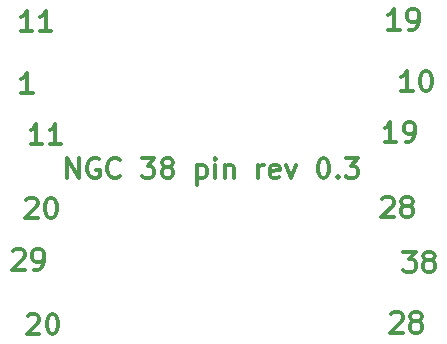
<source format=gto>
G04 (created by PCBNEW (2013-07-07 BZR 4022)-stable) date 17/06/2015 19:17:38*
%MOIN*%
G04 Gerber Fmt 3.4, Leading zero omitted, Abs format*
%FSLAX34Y34*%
G01*
G70*
G90*
G04 APERTURE LIST*
%ADD10C,0.00590551*%
%ADD11C,0.011811*%
G04 APERTURE END LIST*
G54D10*
G54D11*
X64415Y-60015D02*
X64446Y-59983D01*
X64510Y-59951D01*
X64670Y-59951D01*
X64733Y-59983D01*
X64765Y-60015D01*
X64797Y-60079D01*
X64797Y-60142D01*
X64765Y-60238D01*
X64383Y-60620D01*
X64797Y-60620D01*
X65179Y-60238D02*
X65116Y-60206D01*
X65084Y-60174D01*
X65052Y-60110D01*
X65052Y-60079D01*
X65084Y-60015D01*
X65116Y-59983D01*
X65179Y-59951D01*
X65307Y-59951D01*
X65371Y-59983D01*
X65403Y-60015D01*
X65434Y-60079D01*
X65434Y-60110D01*
X65403Y-60174D01*
X65371Y-60206D01*
X65307Y-60238D01*
X65179Y-60238D01*
X65116Y-60270D01*
X65084Y-60302D01*
X65052Y-60365D01*
X65052Y-60493D01*
X65084Y-60557D01*
X65116Y-60589D01*
X65179Y-60620D01*
X65307Y-60620D01*
X65371Y-60589D01*
X65403Y-60557D01*
X65434Y-60493D01*
X65434Y-60365D01*
X65403Y-60302D01*
X65371Y-60270D01*
X65307Y-60238D01*
X64715Y-63865D02*
X64746Y-63833D01*
X64810Y-63801D01*
X64970Y-63801D01*
X65033Y-63833D01*
X65065Y-63865D01*
X65097Y-63929D01*
X65097Y-63992D01*
X65065Y-64088D01*
X64683Y-64470D01*
X65097Y-64470D01*
X65479Y-64088D02*
X65416Y-64056D01*
X65384Y-64024D01*
X65352Y-63960D01*
X65352Y-63929D01*
X65384Y-63865D01*
X65416Y-63833D01*
X65479Y-63801D01*
X65607Y-63801D01*
X65671Y-63833D01*
X65703Y-63865D01*
X65734Y-63929D01*
X65734Y-63960D01*
X65703Y-64024D01*
X65671Y-64056D01*
X65607Y-64088D01*
X65479Y-64088D01*
X65416Y-64120D01*
X65384Y-64152D01*
X65352Y-64215D01*
X65352Y-64343D01*
X65384Y-64407D01*
X65416Y-64439D01*
X65479Y-64470D01*
X65607Y-64470D01*
X65671Y-64439D01*
X65703Y-64407D01*
X65734Y-64343D01*
X65734Y-64215D01*
X65703Y-64152D01*
X65671Y-64120D01*
X65607Y-64088D01*
X52590Y-63915D02*
X52621Y-63883D01*
X52685Y-63851D01*
X52845Y-63851D01*
X52908Y-63883D01*
X52940Y-63915D01*
X52972Y-63979D01*
X52972Y-64042D01*
X52940Y-64138D01*
X52558Y-64520D01*
X52972Y-64520D01*
X53386Y-63851D02*
X53450Y-63851D01*
X53514Y-63883D01*
X53546Y-63915D01*
X53578Y-63979D01*
X53609Y-64106D01*
X53609Y-64265D01*
X53578Y-64393D01*
X53546Y-64457D01*
X53514Y-64489D01*
X53450Y-64520D01*
X53386Y-64520D01*
X53323Y-64489D01*
X53291Y-64457D01*
X53259Y-64393D01*
X53227Y-64265D01*
X53227Y-64106D01*
X53259Y-63979D01*
X53291Y-63915D01*
X53323Y-63883D01*
X53386Y-63851D01*
X52540Y-60040D02*
X52571Y-60008D01*
X52635Y-59976D01*
X52795Y-59976D01*
X52858Y-60008D01*
X52890Y-60040D01*
X52922Y-60104D01*
X52922Y-60167D01*
X52890Y-60263D01*
X52508Y-60645D01*
X52922Y-60645D01*
X53336Y-59976D02*
X53400Y-59976D01*
X53464Y-60008D01*
X53496Y-60040D01*
X53528Y-60104D01*
X53559Y-60231D01*
X53559Y-60390D01*
X53528Y-60518D01*
X53496Y-60582D01*
X53464Y-60614D01*
X53400Y-60645D01*
X53336Y-60645D01*
X53273Y-60614D01*
X53241Y-60582D01*
X53209Y-60518D01*
X53177Y-60390D01*
X53177Y-60231D01*
X53209Y-60104D01*
X53241Y-60040D01*
X53273Y-60008D01*
X53336Y-59976D01*
X65108Y-61776D02*
X65522Y-61776D01*
X65299Y-62031D01*
X65395Y-62031D01*
X65458Y-62063D01*
X65490Y-62095D01*
X65522Y-62159D01*
X65522Y-62318D01*
X65490Y-62382D01*
X65458Y-62414D01*
X65395Y-62445D01*
X65203Y-62445D01*
X65140Y-62414D01*
X65108Y-62382D01*
X65904Y-62063D02*
X65841Y-62031D01*
X65809Y-61999D01*
X65777Y-61935D01*
X65777Y-61904D01*
X65809Y-61840D01*
X65841Y-61808D01*
X65904Y-61776D01*
X66032Y-61776D01*
X66096Y-61808D01*
X66128Y-61840D01*
X66159Y-61904D01*
X66159Y-61935D01*
X66128Y-61999D01*
X66096Y-62031D01*
X66032Y-62063D01*
X65904Y-62063D01*
X65841Y-62095D01*
X65809Y-62127D01*
X65777Y-62190D01*
X65777Y-62318D01*
X65809Y-62382D01*
X65841Y-62414D01*
X65904Y-62445D01*
X66032Y-62445D01*
X66096Y-62414D01*
X66128Y-62382D01*
X66159Y-62318D01*
X66159Y-62190D01*
X66128Y-62127D01*
X66096Y-62095D01*
X66032Y-62063D01*
X52115Y-61765D02*
X52146Y-61733D01*
X52210Y-61701D01*
X52370Y-61701D01*
X52433Y-61733D01*
X52465Y-61765D01*
X52497Y-61829D01*
X52497Y-61892D01*
X52465Y-61988D01*
X52083Y-62370D01*
X52497Y-62370D01*
X52816Y-62370D02*
X52943Y-62370D01*
X53007Y-62339D01*
X53039Y-62307D01*
X53103Y-62211D01*
X53134Y-62084D01*
X53134Y-61829D01*
X53103Y-61765D01*
X53071Y-61733D01*
X53007Y-61701D01*
X52879Y-61701D01*
X52816Y-61733D01*
X52784Y-61765D01*
X52752Y-61829D01*
X52752Y-61988D01*
X52784Y-62052D01*
X52816Y-62084D01*
X52879Y-62115D01*
X53007Y-62115D01*
X53071Y-62084D01*
X53103Y-62052D01*
X53134Y-61988D01*
X53072Y-58195D02*
X52690Y-58195D01*
X52881Y-58195D02*
X52881Y-57526D01*
X52817Y-57622D01*
X52753Y-57685D01*
X52690Y-57717D01*
X53709Y-58195D02*
X53327Y-58195D01*
X53518Y-58195D02*
X53518Y-57526D01*
X53454Y-57622D01*
X53391Y-57685D01*
X53327Y-57717D01*
X52747Y-54420D02*
X52365Y-54420D01*
X52556Y-54420D02*
X52556Y-53751D01*
X52492Y-53847D01*
X52428Y-53910D01*
X52365Y-53942D01*
X53384Y-54420D02*
X53002Y-54420D01*
X53193Y-54420D02*
X53193Y-53751D01*
X53129Y-53847D01*
X53066Y-53910D01*
X53002Y-53942D01*
X52766Y-56495D02*
X52383Y-56495D01*
X52575Y-56495D02*
X52575Y-55826D01*
X52511Y-55922D01*
X52447Y-55985D01*
X52383Y-56017D01*
X64997Y-54370D02*
X64615Y-54370D01*
X64806Y-54370D02*
X64806Y-53701D01*
X64742Y-53797D01*
X64678Y-53860D01*
X64615Y-53892D01*
X65316Y-54370D02*
X65443Y-54370D01*
X65507Y-54339D01*
X65539Y-54307D01*
X65603Y-54211D01*
X65634Y-54084D01*
X65634Y-53829D01*
X65603Y-53765D01*
X65571Y-53733D01*
X65507Y-53701D01*
X65379Y-53701D01*
X65316Y-53733D01*
X65284Y-53765D01*
X65252Y-53829D01*
X65252Y-53988D01*
X65284Y-54052D01*
X65316Y-54084D01*
X65379Y-54115D01*
X65507Y-54115D01*
X65571Y-54084D01*
X65603Y-54052D01*
X65634Y-53988D01*
X64872Y-58120D02*
X64490Y-58120D01*
X64681Y-58120D02*
X64681Y-57451D01*
X64617Y-57547D01*
X64553Y-57610D01*
X64490Y-57642D01*
X65191Y-58120D02*
X65318Y-58120D01*
X65382Y-58089D01*
X65414Y-58057D01*
X65478Y-57961D01*
X65509Y-57834D01*
X65509Y-57579D01*
X65478Y-57515D01*
X65446Y-57483D01*
X65382Y-57451D01*
X65254Y-57451D01*
X65191Y-57483D01*
X65159Y-57515D01*
X65127Y-57579D01*
X65127Y-57738D01*
X65159Y-57802D01*
X65191Y-57834D01*
X65254Y-57865D01*
X65382Y-57865D01*
X65446Y-57834D01*
X65478Y-57802D01*
X65509Y-57738D01*
X65422Y-56420D02*
X65040Y-56420D01*
X65231Y-56420D02*
X65231Y-55751D01*
X65167Y-55847D01*
X65103Y-55910D01*
X65040Y-55942D01*
X65836Y-55751D02*
X65900Y-55751D01*
X65964Y-55783D01*
X65996Y-55815D01*
X66028Y-55879D01*
X66059Y-56006D01*
X66059Y-56165D01*
X66028Y-56293D01*
X65996Y-56357D01*
X65964Y-56389D01*
X65900Y-56420D01*
X65836Y-56420D01*
X65773Y-56389D01*
X65741Y-56357D01*
X65709Y-56293D01*
X65677Y-56165D01*
X65677Y-56006D01*
X65709Y-55879D01*
X65741Y-55815D01*
X65773Y-55783D01*
X65836Y-55751D01*
X53911Y-59326D02*
X53911Y-58656D01*
X54294Y-59326D01*
X54294Y-58656D01*
X54963Y-58688D02*
X54899Y-58656D01*
X54804Y-58656D01*
X54708Y-58688D01*
X54644Y-58752D01*
X54612Y-58816D01*
X54580Y-58943D01*
X54580Y-59039D01*
X54612Y-59166D01*
X54644Y-59230D01*
X54708Y-59294D01*
X54804Y-59326D01*
X54867Y-59326D01*
X54963Y-59294D01*
X54995Y-59262D01*
X54995Y-59039D01*
X54867Y-59039D01*
X55664Y-59262D02*
X55632Y-59294D01*
X55537Y-59326D01*
X55473Y-59326D01*
X55377Y-59294D01*
X55314Y-59230D01*
X55282Y-59166D01*
X55250Y-59039D01*
X55250Y-58943D01*
X55282Y-58816D01*
X55314Y-58752D01*
X55377Y-58688D01*
X55473Y-58656D01*
X55537Y-58656D01*
X55632Y-58688D01*
X55664Y-58720D01*
X56397Y-58656D02*
X56811Y-58656D01*
X56588Y-58911D01*
X56684Y-58911D01*
X56748Y-58943D01*
X56780Y-58975D01*
X56811Y-59039D01*
X56811Y-59198D01*
X56780Y-59262D01*
X56748Y-59294D01*
X56684Y-59326D01*
X56493Y-59326D01*
X56429Y-59294D01*
X56397Y-59262D01*
X57194Y-58943D02*
X57130Y-58911D01*
X57098Y-58879D01*
X57066Y-58816D01*
X57066Y-58784D01*
X57098Y-58720D01*
X57130Y-58688D01*
X57194Y-58656D01*
X57321Y-58656D01*
X57385Y-58688D01*
X57417Y-58720D01*
X57449Y-58784D01*
X57449Y-58816D01*
X57417Y-58879D01*
X57385Y-58911D01*
X57321Y-58943D01*
X57194Y-58943D01*
X57130Y-58975D01*
X57098Y-59007D01*
X57066Y-59071D01*
X57066Y-59198D01*
X57098Y-59262D01*
X57130Y-59294D01*
X57194Y-59326D01*
X57321Y-59326D01*
X57385Y-59294D01*
X57417Y-59262D01*
X57449Y-59198D01*
X57449Y-59071D01*
X57417Y-59007D01*
X57385Y-58975D01*
X57321Y-58943D01*
X58246Y-58879D02*
X58246Y-59549D01*
X58246Y-58911D02*
X58309Y-58879D01*
X58437Y-58879D01*
X58501Y-58911D01*
X58532Y-58943D01*
X58564Y-59007D01*
X58564Y-59198D01*
X58532Y-59262D01*
X58501Y-59294D01*
X58437Y-59326D01*
X58309Y-59326D01*
X58246Y-59294D01*
X58851Y-59326D02*
X58851Y-58879D01*
X58851Y-58656D02*
X58819Y-58688D01*
X58851Y-58720D01*
X58883Y-58688D01*
X58851Y-58656D01*
X58851Y-58720D01*
X59170Y-58879D02*
X59170Y-59326D01*
X59170Y-58943D02*
X59202Y-58911D01*
X59266Y-58879D01*
X59361Y-58879D01*
X59425Y-58911D01*
X59457Y-58975D01*
X59457Y-59326D01*
X60285Y-59326D02*
X60285Y-58879D01*
X60285Y-59007D02*
X60317Y-58943D01*
X60349Y-58911D01*
X60413Y-58879D01*
X60477Y-58879D01*
X60955Y-59294D02*
X60891Y-59326D01*
X60763Y-59326D01*
X60700Y-59294D01*
X60668Y-59230D01*
X60668Y-58975D01*
X60700Y-58911D01*
X60763Y-58879D01*
X60891Y-58879D01*
X60955Y-58911D01*
X60987Y-58975D01*
X60987Y-59039D01*
X60668Y-59102D01*
X61210Y-58879D02*
X61369Y-59326D01*
X61528Y-58879D01*
X62421Y-58656D02*
X62485Y-58656D01*
X62548Y-58688D01*
X62580Y-58720D01*
X62612Y-58784D01*
X62644Y-58911D01*
X62644Y-59071D01*
X62612Y-59198D01*
X62580Y-59262D01*
X62548Y-59294D01*
X62485Y-59326D01*
X62421Y-59326D01*
X62357Y-59294D01*
X62325Y-59262D01*
X62293Y-59198D01*
X62261Y-59071D01*
X62261Y-58911D01*
X62293Y-58784D01*
X62325Y-58720D01*
X62357Y-58688D01*
X62421Y-58656D01*
X62931Y-59262D02*
X62963Y-59294D01*
X62931Y-59326D01*
X62899Y-59294D01*
X62931Y-59262D01*
X62931Y-59326D01*
X63186Y-58656D02*
X63600Y-58656D01*
X63377Y-58911D01*
X63473Y-58911D01*
X63536Y-58943D01*
X63568Y-58975D01*
X63600Y-59039D01*
X63600Y-59198D01*
X63568Y-59262D01*
X63536Y-59294D01*
X63473Y-59326D01*
X63281Y-59326D01*
X63218Y-59294D01*
X63186Y-59262D01*
M02*

</source>
